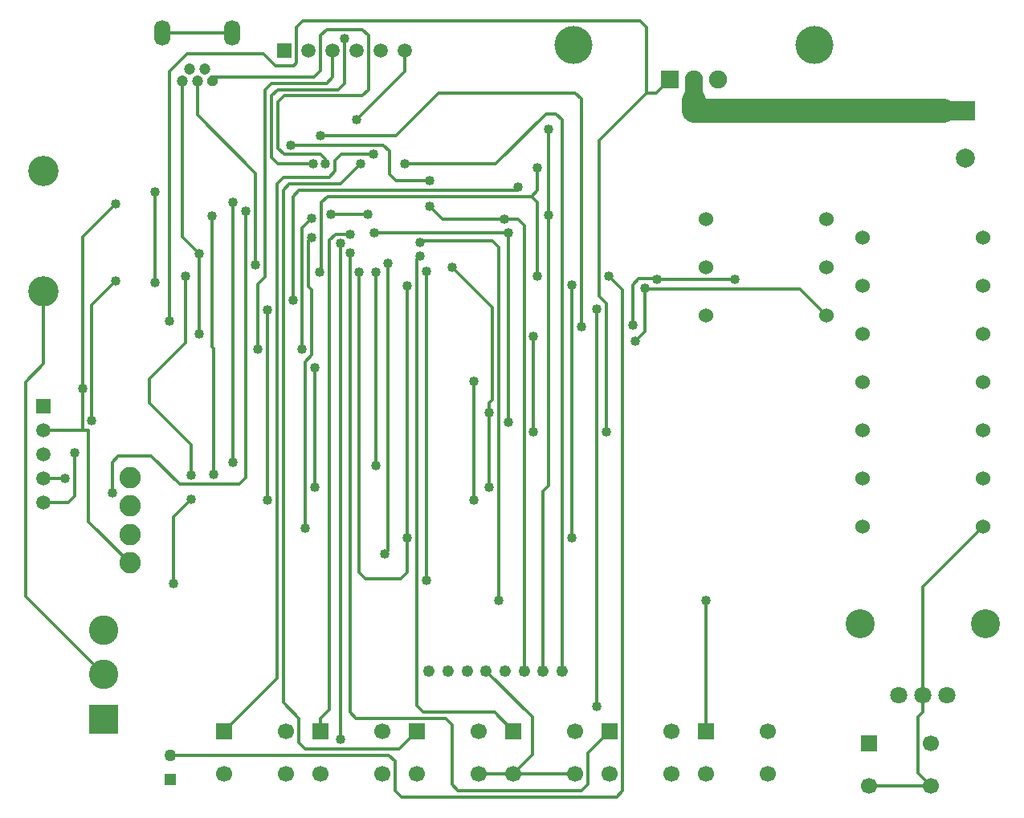
<source format=gbl>
G04 DipTrace 2.3.1.0*
%INcurrent-drain.gbl*%
%MOIN*%
%ADD13C,0.013*%
%ADD14C,0.06*%
%ADD15C,0.1*%
%ADD16C,0.0787*%
%ADD17C,0.0748*%
%ADD19C,0.126*%
%ADD22C,0.05*%
%ADD23R,0.05X0.05*%
%ADD24C,0.1575*%
%ADD25R,0.0591X0.0591*%
%ADD26C,0.0591*%
%ADD27C,0.0472*%
%ADD28O,0.0669X0.1063*%
%ADD29R,0.0787X0.0787*%
%ADD30C,0.0492*%
%ADD31C,0.0886*%
%ADD32R,0.0748X0.0748*%
%ADD33C,0.0748*%
%ADD34C,0.06*%
%ADD35R,0.122X0.122*%
%ADD36C,0.122*%
%ADD37C,0.0709*%
%ADD38C,0.12*%
%ADD39R,0.0669X0.0669*%
%ADD40C,0.0669*%
%ADD50C,0.04*%
%FSLAX44Y44*%
G04*
G70*
G90*
G75*
G01*
%LNBottom*%
%LPD*%
X28408Y19747D2*
D13*
Y25082D1*
X28107Y25383D1*
Y31827D1*
X30089Y33809D1*
X30496D1*
X31065Y34377D1*
X25397Y19747D2*
Y23707D1*
X10267Y24345D2*
Y34709D1*
X10999Y35440D1*
X14190D1*
X14690Y34940D1*
X15440D1*
X15565Y35065D1*
X15555Y36537D1*
X15815Y36797D1*
X29829D1*
X30089Y36537D1*
Y33809D1*
X19229Y14678D2*
X19364Y14813D1*
Y26730D1*
X20938Y13583D2*
Y26415D1*
X44065Y15815D2*
X41549Y13299D1*
Y8815D1*
X23427Y9815D2*
X25354Y7888D1*
Y6333D1*
X24565Y5543D1*
X37565Y24565D2*
X36455Y25675D1*
X30022D1*
X30002Y25695D1*
X20065Y35565D2*
Y34692D1*
X18063Y32690D1*
X11515Y23815D2*
Y27136D1*
X23124Y5543D2*
X24565D1*
X41874Y5043D2*
X39315D1*
X41549Y8815D2*
Y8108D1*
X41345Y7904D1*
Y5573D1*
X41874Y5043D1*
X24565Y5543D2*
X27124D1*
X30002Y25695D2*
Y23898D1*
X29607Y23503D1*
X11515Y27136D2*
X10805Y27846D1*
Y34315D1*
X8063Y29218D2*
X6669Y27824D1*
Y21523D1*
X18519Y28779D2*
X16980D1*
X6669Y21523D2*
Y19815D1*
X6075D1*
X5065D1*
X23558Y17425D2*
Y20537D1*
X16315Y22392D2*
Y17425D1*
X8644Y14303D2*
X6929Y16018D1*
Y19815D1*
X6669D1*
X23558Y20537D2*
Y20932D1*
X23693Y21067D1*
Y24900D1*
X22028Y26565D1*
X9998Y36303D2*
X12872D1*
X26013Y32294D2*
Y28723D1*
X16234Y30859D2*
X14776D1*
X14516Y31119D1*
Y33689D1*
X14776Y33948D1*
X17295D1*
X17555Y34208D1*
Y36055D1*
X26013Y28723D2*
Y17501D1*
X25789Y17278D1*
Y9815D1*
X21075Y30168D2*
X19669D1*
X19409Y30428D1*
Y31389D1*
X19149Y31649D1*
X15315D1*
X25002Y9815D2*
Y28307D1*
X24742Y28567D1*
X24174D1*
X21626D1*
X21075Y29118D1*
X20065Y30859D2*
X23827D1*
X25916Y32948D1*
X26317D1*
X26577Y32689D1*
Y9815D1*
X10440Y13440D2*
Y16190D1*
X11190Y16940D1*
Y17940D2*
Y19190D1*
X9440Y20940D1*
Y21940D1*
X10940Y23440D1*
Y26190D1*
X9690Y25940D2*
Y29690D1*
X13440Y28911D2*
Y17819D1*
X13180Y17560D1*
X10708D1*
X9524Y18744D1*
X8159D1*
X7899Y18484D1*
Y17212D1*
X12910Y29285D2*
Y18484D1*
X12063Y28688D2*
Y23260D1*
X12106Y23217D1*
Y17954D1*
X29502Y24154D2*
Y25830D1*
X29762Y26090D1*
X30482D1*
X30502Y26070D1*
X33760D1*
X30502D2*
D3*
X18834Y26371D2*
Y18349D1*
X24348Y20142D2*
Y27989D1*
X18779D1*
X25565Y30698D2*
Y29773D1*
X25305Y29513D1*
X16845D1*
X16585Y29253D1*
Y26427D1*
X16530Y26371D1*
X25305Y29513D2*
X25565Y29253D1*
Y26217D1*
X16530Y26371D2*
D3*
X43315Y33065D2*
D16*
X42421D1*
D15*
X32065D1*
Y33503D1*
D17*
Y34377D1*
X22903Y16895D2*
D13*
Y21846D1*
X14351Y24815D2*
Y16895D1*
X15400Y25210D2*
Y29513D1*
X15660Y29773D1*
X24763D1*
Y29908D1*
X27367Y24091D2*
Y33557D1*
X27107Y33817D1*
X21442D1*
X19669Y32044D1*
X16565D1*
X28013Y8325D2*
Y24838D1*
X8063Y26005D2*
X7064Y25006D1*
Y20210D1*
X7565Y9665D2*
X4326Y12905D1*
Y21818D1*
X5065Y22558D1*
Y25565D1*
X20678Y27045D2*
X20543Y26910D1*
Y8364D1*
X20803Y8104D1*
X23776D1*
X24565Y7315D1*
X17770Y27161D2*
Y8104D1*
X18030Y7845D1*
X21741D1*
X22000Y7585D1*
Y5095D1*
X22260Y4835D1*
X27394D1*
X27654Y5095D1*
Y6404D1*
X28565Y7315D1*
X23953Y12719D2*
Y27418D1*
X23693Y27678D1*
X20761D1*
X20678Y27595D1*
X32565Y12719D2*
Y7315D1*
X20678Y27595D2*
D3*
X17375Y6970D2*
Y27556D1*
X17770Y27951D2*
X17184D1*
X16924Y27691D1*
Y8204D1*
X16565Y7845D1*
Y7315D1*
X18204Y30859D2*
X17377Y30033D1*
X15265D1*
X15006Y29773D1*
Y8493D1*
X15654Y7845D1*
Y6835D1*
X15913Y6575D1*
X19825D1*
X20565Y7315D1*
X18754Y31254D2*
X17419D1*
X17159Y30995D1*
Y30552D1*
X16899Y30293D1*
X15006D1*
X14746Y30033D1*
Y9496D1*
X12565Y7315D1*
X13861Y26675D2*
Y30472D1*
X11435Y32899D1*
Y34315D1*
X15913Y15740D2*
Y22648D1*
X16190Y22925D1*
Y25625D1*
X16055Y25760D1*
Y27681D1*
X16190Y27816D1*
X16764Y30859D2*
D3*
X12065Y34315D2*
D3*
X16764Y30859D2*
Y31054D1*
X16564Y31254D1*
X15036D1*
X14776Y31514D1*
Y33429D1*
X15036Y33689D1*
X18295D1*
X18555Y33948D1*
Y36190D1*
X18295Y36450D1*
X16815D1*
X16555Y36190D1*
Y34738D1*
X16295Y34478D1*
X12181D1*
Y34315D1*
X12065D1*
X5950Y17815D2*
X5065D1*
X6345Y18879D2*
Y17075D1*
X6085Y16815D1*
X5065D1*
X15795Y23182D2*
Y28211D1*
X16190Y28606D1*
X13956Y23182D2*
Y25869D1*
X14256Y26169D1*
Y33948D1*
X14516Y34208D1*
X16805D1*
X17065Y34468D1*
Y35565D1*
X28502Y26217D2*
X29095Y25625D1*
Y4835D1*
X28835Y4576D1*
X19913D1*
X19654Y4835D1*
Y6055D1*
X19394Y6315D1*
X10315D1*
X20149Y25817D2*
Y15345D1*
X26972Y25823D2*
Y15345D1*
X20149D2*
Y13888D1*
X19889Y13628D1*
X18424D1*
X18165Y13888D1*
Y26371D1*
D50*
X10440Y13440D3*
X11190Y16940D3*
Y17940D3*
X10940Y26190D3*
X9690Y25940D3*
Y29690D3*
X25397Y23707D3*
Y19747D3*
X28408D3*
X10267Y24345D3*
X19364Y26730D3*
X19229Y14678D3*
X20938Y26415D3*
Y13583D3*
X18063Y32690D3*
X11515Y23815D3*
X30002Y25695D3*
X29607Y23503D3*
X11515Y27136D3*
X16980Y28779D3*
X18519D3*
X22028Y26565D3*
X23558Y17425D3*
X16315D3*
Y22392D3*
X6669Y21523D3*
X23558Y20537D3*
X8063Y29218D3*
X26013Y32294D3*
X17555Y36055D3*
X26013Y28723D3*
X16234Y30859D3*
X15315Y31649D3*
X21075Y30168D3*
Y29118D3*
X24174Y28567D3*
X20065Y30859D3*
X7899Y17212D3*
X13440Y28911D3*
X12910Y18484D3*
Y29285D3*
X12106Y17954D3*
X12063Y28688D3*
X33760Y26070D3*
X29502Y24154D3*
X30502Y26070D3*
X18834Y18349D3*
Y26371D3*
X18779Y27989D3*
X24348Y20142D3*
Y27989D3*
X16530Y26371D3*
X25565Y30698D3*
Y26217D3*
X22903Y21846D3*
Y16895D3*
X14351D3*
Y24815D3*
X24763Y29908D3*
X15400Y25210D3*
X16565Y32044D3*
X27367Y24091D3*
X28013Y24838D3*
Y8325D3*
X7064Y20210D3*
X8063Y26005D3*
X20678Y27045D3*
X17770Y27161D3*
X20678Y27595D3*
X23953Y12719D3*
X32565D3*
X17375Y27556D3*
Y6970D3*
X17770Y27951D3*
X18204Y30859D3*
X18754Y31254D3*
X13861Y26675D3*
X16190Y27816D3*
X15913Y15740D3*
X16764Y30859D3*
X5950Y17815D3*
X6345Y18879D3*
X16190Y28606D3*
X15795Y23182D3*
X13956D3*
X28502Y26217D3*
X18165Y26371D3*
X20149Y15345D3*
X26972D3*
X20149Y25817D3*
X26972Y25823D3*
D19*
X5065Y30565D3*
Y25565D3*
D22*
X10315Y6315D3*
D23*
Y5315D3*
D24*
X37065Y35815D3*
X27065D3*
D25*
X5065Y20815D3*
D26*
Y19815D3*
Y18815D3*
Y17815D3*
Y16815D3*
G36*
X12155Y34097D2*
X11975D1*
X11847Y34225D1*
Y34405D1*
X11975Y34533D1*
X12155D1*
X12283Y34405D1*
Y34225D1*
X12155Y34097D1*
G37*
D27*
X11750Y34787D3*
X11435Y34315D3*
X11120Y34787D3*
X10805Y34315D3*
D28*
X12872Y36303D3*
X9998D3*
D25*
X15065Y35565D3*
D26*
X16065D3*
X17065D3*
X18065D3*
X19065D3*
X20065D3*
D29*
X43315Y33065D3*
D16*
Y31096D3*
D30*
X21065Y9815D3*
X21852D3*
X22640D3*
X23427D3*
X24215D3*
X25002D3*
X25789D3*
X26577D3*
D31*
X8644Y17846D3*
Y16665D3*
Y15484D3*
Y14303D3*
D32*
X31065Y34377D3*
D33*
X32065D3*
X33065D3*
D14*
X44065Y15815D3*
D34*
X39065D3*
D14*
X44065Y17815D3*
D34*
X39065D3*
D14*
X44065Y19815D3*
D34*
X39065D3*
D14*
X44065Y21815D3*
D34*
X39065D3*
D14*
X44065Y23815D3*
D34*
X39065D3*
D14*
X44065Y25815D3*
D34*
X39065D3*
D14*
X44065Y27815D3*
D34*
X39065D3*
D14*
X37565Y24565D3*
D34*
X32565D3*
D14*
X37565Y26565D3*
D34*
X32565D3*
D14*
X37565Y28565D3*
D34*
X32565D3*
D35*
X7565Y7815D3*
D36*
Y9665D3*
Y11516D3*
D37*
X40565Y8815D3*
X41549D3*
X42534D3*
D38*
X38951Y11768D3*
X44148D3*
D39*
X12565Y7315D3*
D40*
Y5543D3*
X15124D3*
Y7315D3*
D39*
X32565D3*
D40*
Y5543D3*
X35124D3*
Y7315D3*
D39*
X20565D3*
D40*
Y5543D3*
X23124D3*
Y7315D3*
D39*
X28565D3*
D40*
Y5543D3*
X31124D3*
Y7315D3*
D39*
X16565D3*
D40*
Y5543D3*
X19124D3*
Y7315D3*
D39*
X39315Y6815D3*
D40*
Y5043D3*
X41874D3*
Y6815D3*
D39*
X24565Y7315D3*
D40*
Y5543D3*
X27124D3*
Y7315D3*
M02*

</source>
